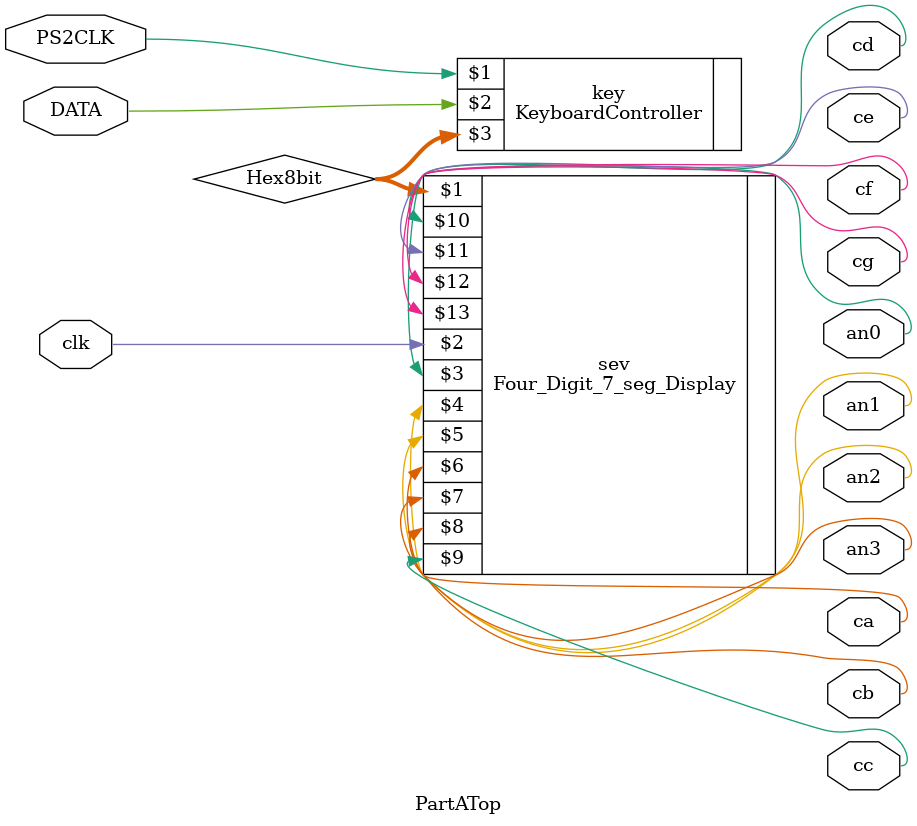
<source format=v>
module PartATop (clk,PS2CLK,DATA,an0,an1,an2,an3,ca,cb,cc,cd,ce,cf,cg);
input clk,PS2CLK,DATA;
output an0,an1,an2,an3,ca,cb,cc,cd,ce,cf,cg;

wire [7:0] Hex8bit;

KeyboardController key (PS2CLK,DATA,Hex8bit);
Four_Digit_7_seg_Display sev (Hex8bit,clk,an0,an1,an2,an3,ca,cb,cc,cd,ce,cf,cg);

endmodule


</source>
